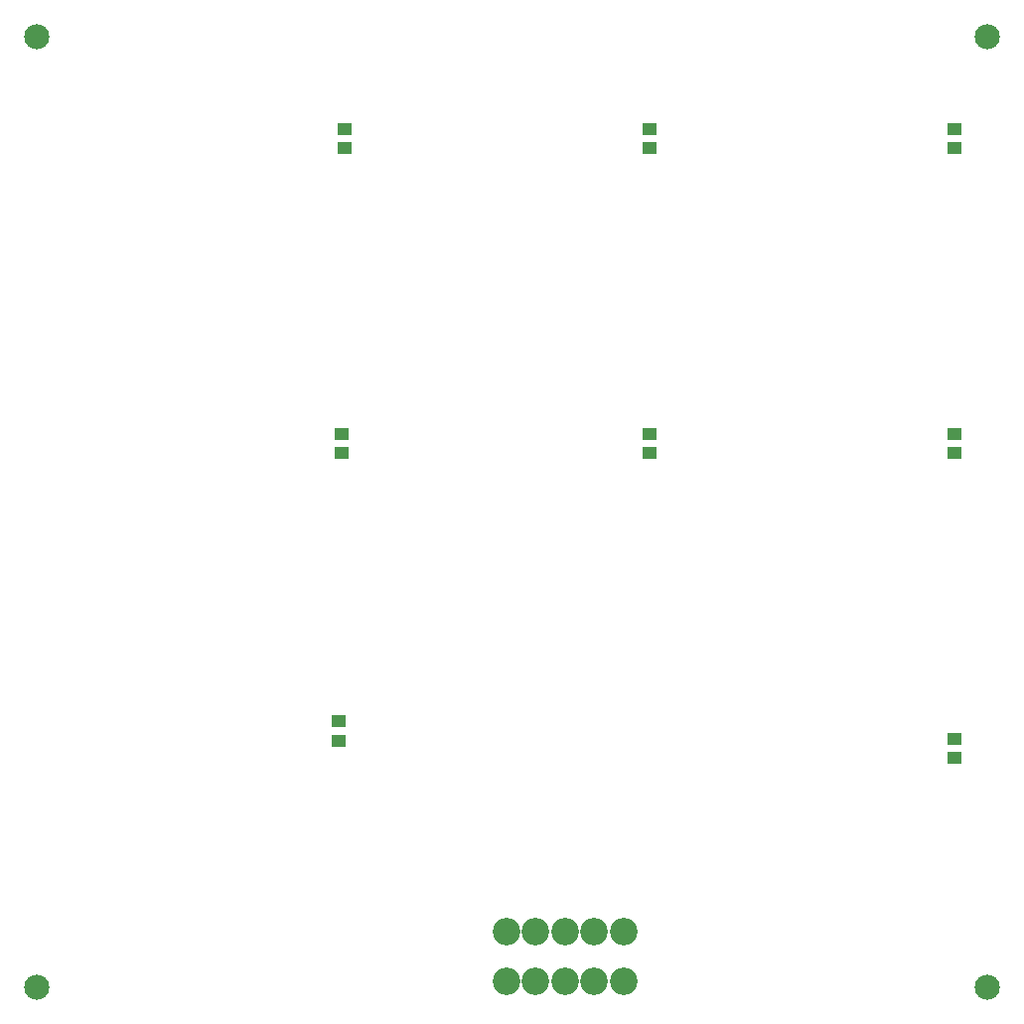
<source format=gbr>
G04 EasyPC Gerber Version 20.0.2 Build 4112 *
%FSLAX35Y35*%
%MOIN*%
%ADD23C,0.08474*%
%ADD100R,0.04931X0.04340*%
%ADD94C,0.09261*%
X0Y0D02*
D02*
D23*
X8124Y12031D03*
Y330929D03*
X327022Y12031D03*
Y330929D03*
D02*
D94*
X165604Y14000D03*
Y30732D03*
X175447Y14000D03*
Y30732D03*
X185289Y14000D03*
Y30732D03*
X195132Y14000D03*
Y30732D03*
X204974Y14000D03*
Y30732D03*
D02*
D100*
X109502Y94709D03*
Y101205D03*
X110486Y191165D03*
Y197661D03*
X111470Y293528D03*
Y300024D03*
X213833Y191165D03*
Y197661D03*
Y293528D03*
Y300024D03*
X316195Y88803D03*
Y95299D03*
Y191165D03*
Y197661D03*
Y293528D03*
Y300024D03*
X0Y0D02*
M02*

</source>
